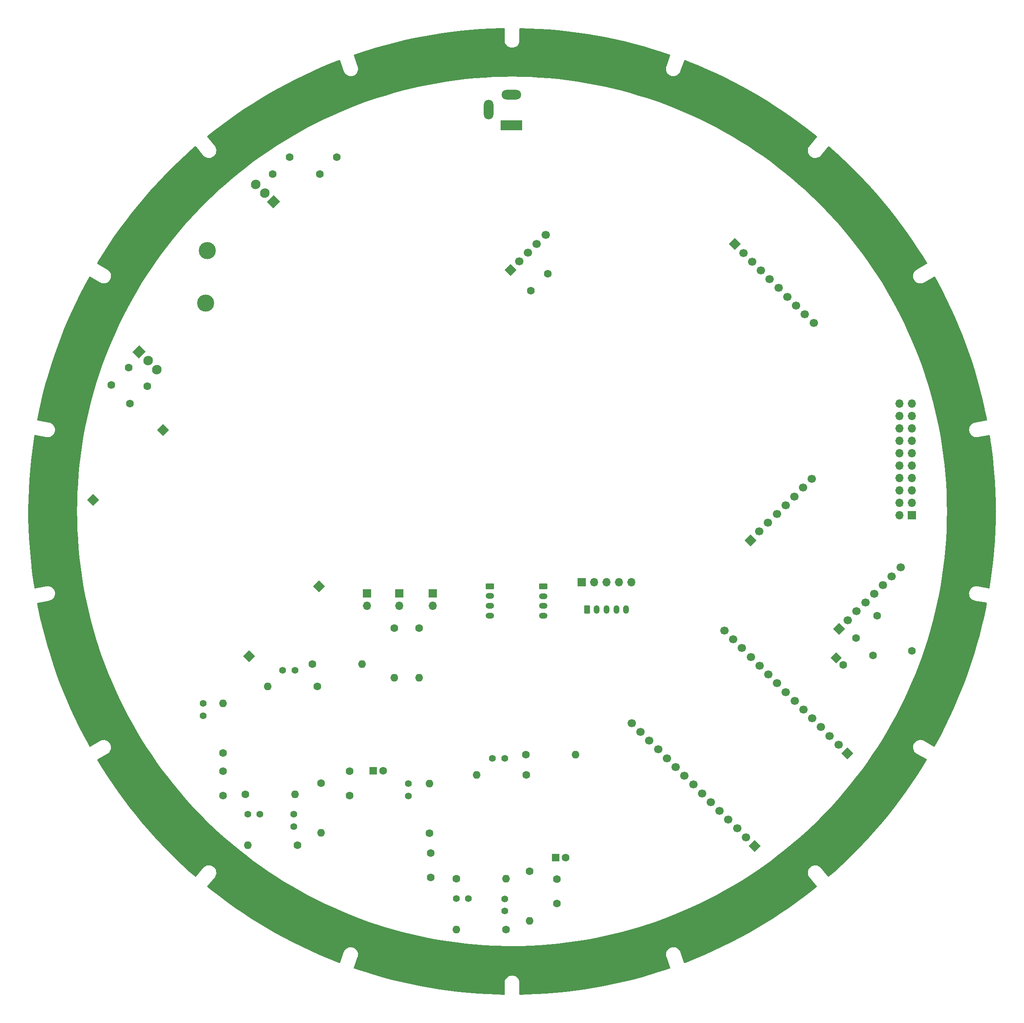
<source format=gbr>
%TF.GenerationSoftware,KiCad,Pcbnew,7.0.6*%
%TF.CreationDate,2023-09-01T12:50:58+02:00*%
%TF.ProjectId,gs,67732e6b-6963-4616-945f-706362585858,rev?*%
%TF.SameCoordinates,Original*%
%TF.FileFunction,Soldermask,Bot*%
%TF.FilePolarity,Negative*%
%FSLAX46Y46*%
G04 Gerber Fmt 4.6, Leading zero omitted, Abs format (unit mm)*
G04 Created by KiCad (PCBNEW 7.0.6) date 2023-09-01 12:50:58*
%MOMM*%
%LPD*%
G01*
G04 APERTURE LIST*
G04 Aperture macros list*
%AMRoundRect*
0 Rectangle with rounded corners*
0 $1 Rounding radius*
0 $2 $3 $4 $5 $6 $7 $8 $9 X,Y pos of 4 corners*
0 Add a 4 corners polygon primitive as box body*
4,1,4,$2,$3,$4,$5,$6,$7,$8,$9,$2,$3,0*
0 Add four circle primitives for the rounded corners*
1,1,$1+$1,$2,$3*
1,1,$1+$1,$4,$5*
1,1,$1+$1,$6,$7*
1,1,$1+$1,$8,$9*
0 Add four rect primitives between the rounded corners*
20,1,$1+$1,$2,$3,$4,$5,0*
20,1,$1+$1,$4,$5,$6,$7,0*
20,1,$1+$1,$6,$7,$8,$9,0*
20,1,$1+$1,$8,$9,$2,$3,0*%
%AMHorizOval*
0 Thick line with rounded ends*
0 $1 width*
0 $2 $3 position (X,Y) of the first rounded end (center of the circle)*
0 $4 $5 position (X,Y) of the second rounded end (center of the circle)*
0 Add line between two ends*
20,1,$1,$2,$3,$4,$5,0*
0 Add two circle primitives to create the rounded ends*
1,1,$1,$2,$3*
1,1,$1,$4,$5*%
%AMRotRect*
0 Rectangle, with rotation*
0 The origin of the aperture is its center*
0 $1 length*
0 $2 width*
0 $3 Rotation angle, in degrees counterclockwise*
0 Add horizontal line*
21,1,$1,$2,0,0,$3*%
G04 Aperture macros list end*
%ADD10C,0.100000*%
%ADD11RotRect,1.700000X1.700000X225.000000*%
%ADD12HorizOval,1.700000X0.000000X0.000000X0.000000X0.000000X0*%
%ADD13O,1.600000X1.600000*%
%ADD14C,1.600000*%
%ADD15R,1.700000X1.700000*%
%ADD16O,1.700000X1.700000*%
%ADD17R,4.500000X2.000000*%
%ADD18O,4.000000X2.000000*%
%ADD19O,2.000000X4.000000*%
%ADD20RotRect,1.700000X1.700000X135.000000*%
%ADD21HorizOval,1.700000X0.000000X0.000000X0.000000X0.000000X0*%
%ADD22R,1.600000X1.600000*%
%ADD23C,1.400000*%
%ADD24RotRect,1.600000X1.600000X315.000000*%
%ADD25HorizOval,1.600000X0.000000X0.000000X0.000000X0.000000X0*%
%ADD26RoundRect,0.250000X-0.350000X-0.625000X0.350000X-0.625000X0.350000X0.625000X-0.350000X0.625000X0*%
%ADD27O,1.200000X1.750000*%
%ADD28HorizOval,3.500000X0.000000X0.000000X0.000000X0.000000X0*%
%ADD29RotRect,1.905000X2.000000X135.000000*%
%ADD30HorizOval,1.905000X0.033588X0.033588X-0.033588X-0.033588X0*%
%ADD31O,1.750000X1.200000*%
%ADD32RoundRect,0.250000X-0.625000X0.350000X-0.625000X-0.350000X0.625000X-0.350000X0.625000X0.350000X0*%
%ADD33RotRect,1.700000X1.700000X315.000000*%
%ADD34HorizOval,1.905000X-0.033588X-0.033588X0.033588X0.033588X0*%
%ADD35RotRect,1.905000X2.000000X315.000000*%
%ADD36HorizOval,3.500000X0.000000X0.000000X0.000000X0.000000X0*%
%ADD37RotRect,1.700000X1.700000X45.000000*%
%ADD38HorizOval,1.700000X0.000000X0.000000X0.000000X0.000000X0*%
G04 APERTURE END LIST*
D10*
X302614000Y-144466000D02*
X302614000Y-144466000D01*
X312614000Y-144466000D02*
X312614000Y-144466000D01*
D11*
%TO.C,U1*%
X282220820Y-194027897D03*
D12*
X280424769Y-192231846D03*
X278628718Y-190435795D03*
X276832666Y-188639743D03*
X275036615Y-186843692D03*
X273240564Y-185047641D03*
X271444513Y-183251590D03*
X269648461Y-181455538D03*
X267852410Y-179659487D03*
X266056359Y-177863436D03*
X264260308Y-176067385D03*
X262464257Y-174271334D03*
X260668205Y-172475282D03*
X258872154Y-170679231D03*
X257076103Y-168883180D03*
D11*
X263270358Y-212978359D03*
D12*
X261474307Y-211182308D03*
X259678256Y-209386256D03*
X257882205Y-207590205D03*
X256086153Y-205794154D03*
X254290102Y-203998103D03*
X252494051Y-202202051D03*
X250698000Y-200406000D03*
X248901948Y-198609949D03*
X247105897Y-196813898D03*
X245309846Y-195017846D03*
X243513795Y-193221795D03*
X241717744Y-191425744D03*
X239921692Y-189629693D03*
X238125641Y-187833642D03*
%TD*%
D13*
%TO.C,R8*%
X182880000Y-175768000D03*
D14*
X172720000Y-175768000D03*
%TD*%
D15*
%TO.C,J5*%
X227838000Y-159004000D03*
D16*
X230378000Y-159004000D03*
X232918000Y-159004000D03*
X235458000Y-159004000D03*
X237998000Y-159004000D03*
%TD*%
D14*
%TO.C,R14*%
X216408000Y-194310000D03*
D13*
X226568000Y-194310000D03*
%TD*%
D15*
%TO.C,JP2*%
X197358000Y-161290000D03*
D16*
X197358000Y-163830000D03*
%TD*%
D17*
%TO.C,J1*%
X213522000Y-65382000D03*
D18*
X213522000Y-59182000D03*
D19*
X208822000Y-62182000D03*
%TD*%
D20*
%TO.C,U9*%
X213287795Y-95068205D03*
D21*
X215083846Y-93272153D03*
X216879898Y-91476102D03*
X218675949Y-89680051D03*
X220472000Y-87884000D03*
%TD*%
D14*
%TO.C,R5*%
X174498000Y-200152000D03*
D13*
X174498000Y-210312000D03*
%TD*%
D22*
%TO.C,C16*%
X222564888Y-215392000D03*
D14*
X224564888Y-215392000D03*
%TD*%
D23*
%TO.C,C17*%
X202184000Y-223774000D03*
X204684000Y-223774000D03*
%TD*%
D15*
%TO.C,J4*%
X295402000Y-145288000D03*
D16*
X292862000Y-145288000D03*
X295402000Y-142748000D03*
X292862000Y-142748000D03*
X295402000Y-140208000D03*
X292862000Y-140208000D03*
X295402000Y-137668000D03*
X292862000Y-137668000D03*
X295402000Y-135128000D03*
X292862000Y-135128000D03*
X295402000Y-132588000D03*
X292862000Y-132588000D03*
X295402000Y-130048000D03*
X292862000Y-130048000D03*
X295402000Y-127508000D03*
X292862000Y-127508000D03*
X295402000Y-124968000D03*
X292862000Y-124968000D03*
X295402000Y-122428000D03*
X292862000Y-122428000D03*
%TD*%
D14*
%TO.C,R2*%
X194564000Y-168402000D03*
D13*
X194564000Y-178562000D03*
%TD*%
D23*
%TO.C,C13*%
X169164000Y-177038000D03*
X166664000Y-177038000D03*
%TD*%
D14*
%TO.C,C14*%
X196977000Y-214439000D03*
X196977000Y-219439000D03*
%TD*%
%TO.C,C2*%
X164592000Y-75438000D03*
X168127534Y-71902466D03*
%TD*%
%TO.C,R3*%
X159004000Y-202438000D03*
D13*
X169164000Y-202438000D03*
%TD*%
D14*
%TO.C,R4*%
X154432000Y-193965000D03*
D13*
X154432000Y-183805000D03*
%TD*%
D23*
%TO.C,C10*%
X159512000Y-206502000D03*
X162012000Y-206502000D03*
%TD*%
D15*
%TO.C,JP3*%
X183896000Y-161285000D03*
D16*
X183896000Y-163825000D03*
%TD*%
D14*
%TO.C,C5*%
X283972000Y-170434000D03*
X287507534Y-173969534D03*
%TD*%
%TO.C,C7*%
X154432000Y-197652000D03*
X154432000Y-202652000D03*
%TD*%
%TO.C,R10*%
X196723000Y-210375000D03*
D13*
X196723000Y-200215000D03*
%TD*%
D15*
%TO.C,JP1*%
X190500000Y-161285000D03*
D16*
X190500000Y-163825000D03*
%TD*%
D24*
%TO.C,C6*%
X279962893Y-174454523D03*
D14*
X281377107Y-175868737D03*
%TD*%
%TO.C,R6*%
X169672000Y-212852000D03*
D13*
X159512000Y-212852000D03*
%TD*%
D14*
%TO.C,R11*%
X217170000Y-218186000D03*
D13*
X217170000Y-228346000D03*
%TD*%
D14*
%TO.C,R15*%
X295474205Y-173046205D03*
D25*
X288290000Y-165862000D03*
%TD*%
D23*
%TO.C,C12*%
X168910000Y-209002000D03*
X168910000Y-206502000D03*
%TD*%
%TO.C,C18*%
X192405000Y-202735000D03*
X192405000Y-200235000D03*
%TD*%
D26*
%TO.C,J6*%
X228950000Y-164592000D03*
D27*
X230950000Y-164592000D03*
X232950000Y-164592000D03*
X234950000Y-164592000D03*
X236950000Y-164592000D03*
%TD*%
D13*
%TO.C,R13*%
X206375000Y-198437000D03*
D14*
X216535000Y-198437000D03*
%TD*%
%TO.C,R9*%
X202184000Y-219710000D03*
D13*
X212344000Y-219710000D03*
%TD*%
D14*
%TO.C,C4*%
X138938000Y-118872000D03*
X135402466Y-122407534D03*
%TD*%
D23*
%TO.C,C19*%
X212090000Y-226294000D03*
X212090000Y-223794000D03*
%TD*%
D14*
%TO.C,C3*%
X135128000Y-115062000D03*
X131592466Y-118597534D03*
%TD*%
D28*
%TO.C,U4*%
X151210197Y-91105804D03*
D29*
X164786647Y-81121456D03*
D30*
X162990596Y-79325405D03*
X161194545Y-77529354D03*
%TD*%
D14*
%TO.C,C8*%
X180340000Y-197692000D03*
X180340000Y-202692000D03*
%TD*%
D23*
%TO.C,C20*%
X209590000Y-195072000D03*
X212090000Y-195072000D03*
%TD*%
D31*
%TO.C,J2*%
X209042000Y-165798000D03*
X209042000Y-163798000D03*
X209042000Y-161798000D03*
D32*
X209042000Y-159798000D03*
%TD*%
D33*
%TO.C,U7*%
X142168731Y-127827557D03*
X127872163Y-142124125D03*
X174138443Y-159797269D03*
X159841875Y-174093837D03*
%TD*%
D13*
%TO.C,R7*%
X163576000Y-180340000D03*
D14*
X173736000Y-180340000D03*
%TD*%
D34*
%TO.C,U5*%
X140901885Y-115420217D03*
X139105834Y-113624166D03*
D35*
X137309783Y-111828115D03*
D36*
X150886233Y-101843767D03*
%TD*%
D37*
%TO.C,U2*%
X259171539Y-89753539D03*
D38*
X260967590Y-91549590D03*
X262763641Y-93345642D03*
X264559693Y-95141693D03*
X266355744Y-96937744D03*
X268151795Y-98733795D03*
X269947846Y-100529846D03*
X271743897Y-102325898D03*
X273539949Y-104121949D03*
X275336000Y-105918000D03*
%TD*%
D32*
%TO.C,J3*%
X219964000Y-159830000D03*
D31*
X219964000Y-161830000D03*
X219964000Y-163830000D03*
X219964000Y-165830000D03*
%TD*%
D14*
%TO.C,R12*%
X212344000Y-230124000D03*
D13*
X202184000Y-230124000D03*
%TD*%
D14*
%TO.C,C15*%
X222758000Y-219750000D03*
X222758000Y-224750000D03*
%TD*%
D23*
%TO.C,C11*%
X150368000Y-186305000D03*
X150368000Y-183805000D03*
%TD*%
D14*
%TO.C,R1*%
X189484000Y-168402000D03*
D13*
X189484000Y-178562000D03*
%TD*%
D20*
%TO.C,U3*%
X280543641Y-168528358D03*
D21*
X282339693Y-166732307D03*
X284135744Y-164936256D03*
X285931795Y-163140205D03*
X287727846Y-161344154D03*
X289523898Y-159548102D03*
X291319949Y-157752051D03*
X293116000Y-155956000D03*
D20*
X262415191Y-150396373D03*
D21*
X264211243Y-148600322D03*
X266007294Y-146804270D03*
X267803345Y-145008219D03*
X269599396Y-143212168D03*
X271395447Y-141416117D03*
X273191499Y-139620065D03*
X274987550Y-137824014D03*
%TD*%
D14*
%TO.C,C21*%
X217424000Y-99314000D03*
X220959534Y-95778466D03*
%TD*%
%TO.C,C1*%
X174244000Y-75438000D03*
X177779534Y-71902466D03*
%TD*%
D22*
%TO.C,C9*%
X185226888Y-197612000D03*
D14*
X187226888Y-197612000D03*
%TD*%
G36*
X212064675Y-45562116D02*
G01*
X212111189Y-45614252D01*
X212123152Y-45667391D01*
X212123152Y-48025309D01*
X212125573Y-48149391D01*
X212125574Y-48149406D01*
X212166424Y-48394205D01*
X212247007Y-48628933D01*
X212247013Y-48628947D01*
X212365131Y-48847211D01*
X212365138Y-48847222D01*
X212517566Y-49043061D01*
X212517569Y-49043064D01*
X212700168Y-49211158D01*
X212907942Y-49346904D01*
X213135225Y-49446600D01*
X213375817Y-49507526D01*
X213623146Y-49528021D01*
X213623158Y-49528021D01*
X213870482Y-49507526D01*
X213870494Y-49507524D01*
X214111080Y-49446599D01*
X214338360Y-49346905D01*
X214546136Y-49211158D01*
X214728734Y-49043065D01*
X214881170Y-48847215D01*
X214881172Y-48847211D01*
X214999290Y-48628947D01*
X214999295Y-48628936D01*
X215079879Y-48394205D01*
X215120729Y-48149403D01*
X215120730Y-48149391D01*
X215123152Y-48025309D01*
X215123152Y-45668140D01*
X215142837Y-45601101D01*
X215195641Y-45555346D01*
X215250017Y-45544173D01*
X217144194Y-45587943D01*
X219123109Y-45678203D01*
X221099820Y-45808039D01*
X223073539Y-45977400D01*
X225043473Y-46186220D01*
X227008834Y-46434414D01*
X228968837Y-46721884D01*
X230922695Y-47048512D01*
X232869626Y-47414170D01*
X234808851Y-47818710D01*
X236739593Y-48261971D01*
X238661081Y-48743775D01*
X240572543Y-49263930D01*
X242473214Y-49822225D01*
X244362334Y-50418440D01*
X245948078Y-50957241D01*
X246005220Y-50997447D01*
X246031555Y-51062164D01*
X246024707Y-51117059D01*
X245218557Y-53331941D01*
X245178392Y-53449365D01*
X245178387Y-53449383D01*
X245133048Y-53693387D01*
X245128490Y-53941528D01*
X245128490Y-53941536D01*
X245164834Y-54187040D01*
X245164835Y-54187043D01*
X245241095Y-54423220D01*
X245241098Y-54423228D01*
X245355184Y-54643618D01*
X245355186Y-54643622D01*
X245504006Y-54842250D01*
X245683479Y-55013664D01*
X245683488Y-55013671D01*
X245888719Y-55153201D01*
X245888727Y-55153205D01*
X246114139Y-55257058D01*
X246353568Y-55322393D01*
X246353574Y-55322394D01*
X246600484Y-55347428D01*
X246848162Y-55331481D01*
X247089832Y-55274985D01*
X247318911Y-55179480D01*
X247529140Y-55047576D01*
X247529141Y-55047575D01*
X247714793Y-54882868D01*
X247870806Y-54689845D01*
X247992913Y-54473789D01*
X247992916Y-54473782D01*
X248037635Y-54358000D01*
X248844102Y-52142250D01*
X248885528Y-52085987D01*
X248950797Y-52061051D01*
X249004999Y-52068873D01*
X249952848Y-52432132D01*
X251788250Y-53177482D01*
X253608371Y-53959408D01*
X255412481Y-54777596D01*
X257199860Y-55631717D01*
X258969790Y-56521432D01*
X260721566Y-57446383D01*
X262454482Y-58406199D01*
X264167847Y-59400495D01*
X265860975Y-60428876D01*
X267533186Y-61490929D01*
X269183812Y-62586228D01*
X270812193Y-63714335D01*
X272417676Y-64874797D01*
X273999617Y-66067151D01*
X275557384Y-67290919D01*
X276002554Y-67655680D01*
X276041934Y-67713396D01*
X276043858Y-67783239D01*
X276018954Y-67831301D01*
X274503089Y-69637839D01*
X274425294Y-69734538D01*
X274425291Y-69734541D01*
X274299243Y-69948305D01*
X274210099Y-70179898D01*
X274210095Y-70179910D01*
X274160287Y-70423006D01*
X274160286Y-70423016D01*
X274151171Y-70671005D01*
X274182997Y-70917117D01*
X274182999Y-70917127D01*
X274254898Y-71154638D01*
X274254900Y-71154643D01*
X274364916Y-71377085D01*
X274364919Y-71377091D01*
X274510039Y-71578381D01*
X274510048Y-71578391D01*
X274686322Y-71753053D01*
X274686322Y-71753054D01*
X274888944Y-71896323D01*
X274888956Y-71896330D01*
X275112395Y-72004294D01*
X275112398Y-72004295D01*
X275350559Y-72074009D01*
X275350566Y-72074010D01*
X275596961Y-72103573D01*
X275844852Y-72092181D01*
X276087502Y-72040138D01*
X276087506Y-72040137D01*
X276318270Y-71948869D01*
X276318275Y-71948867D01*
X276530867Y-71820864D01*
X276530869Y-71820862D01*
X276719498Y-71659609D01*
X276719502Y-71659605D01*
X276801223Y-71566201D01*
X278318327Y-69758185D01*
X278376499Y-69719483D01*
X278446360Y-69718375D01*
X278492923Y-69742818D01*
X278597910Y-69830726D01*
X280079452Y-71145747D01*
X281534386Y-72490148D01*
X282962128Y-73863393D01*
X284362107Y-75264929D01*
X285733763Y-76694197D01*
X287076547Y-78150624D01*
X288389920Y-79633626D01*
X289673358Y-81142612D01*
X290926345Y-82676975D01*
X292148381Y-84236101D01*
X293338975Y-85819367D01*
X294497652Y-87426138D01*
X295623947Y-89055772D01*
X296717411Y-90707615D01*
X297777604Y-92381006D01*
X298530136Y-93626136D01*
X298547965Y-93693693D01*
X298526440Y-93760164D01*
X298486012Y-93797662D01*
X296444604Y-94976270D01*
X296338351Y-95040410D01*
X296146764Y-95198195D01*
X296146763Y-95198196D01*
X295983771Y-95385348D01*
X295983767Y-95385354D01*
X295853808Y-95596776D01*
X295853803Y-95596786D01*
X295760409Y-95826725D01*
X295706137Y-96068903D01*
X295706136Y-96068908D01*
X295692464Y-96316722D01*
X295719765Y-96563390D01*
X295719766Y-96563398D01*
X295787294Y-96802206D01*
X295787300Y-96802222D01*
X295893217Y-97026663D01*
X295893222Y-97026671D01*
X296034629Y-97230608D01*
X296034638Y-97230619D01*
X296207697Y-97408514D01*
X296407672Y-97555495D01*
X296629123Y-97667562D01*
X296865985Y-97741646D01*
X296865986Y-97741647D01*
X297111823Y-97775736D01*
X297359908Y-97768899D01*
X297359914Y-97768898D01*
X297603498Y-97721318D01*
X297835908Y-97634302D01*
X297835923Y-97634295D01*
X297944603Y-97574347D01*
X299986457Y-96395481D01*
X300054357Y-96379008D01*
X300120384Y-96401861D01*
X300156983Y-96442884D01*
X300754383Y-97523728D01*
X301677385Y-99276529D01*
X302565131Y-101047449D01*
X303417266Y-102835776D01*
X304233447Y-104640795D01*
X305013349Y-106461784D01*
X305756659Y-108298013D01*
X306463079Y-110148747D01*
X307132327Y-112013246D01*
X307764134Y-113890761D01*
X308358248Y-115780543D01*
X308914431Y-117681834D01*
X309432460Y-119593873D01*
X309912128Y-121515895D01*
X310344657Y-123409544D01*
X310373601Y-123545270D01*
X310730932Y-125267762D01*
X310794412Y-125597670D01*
X310820021Y-125736897D01*
X310812789Y-125806392D01*
X310769133Y-125860944D01*
X310719599Y-125881445D01*
X308396628Y-126291048D01*
X308274877Y-126315117D01*
X308040910Y-126397848D01*
X308040903Y-126397851D01*
X307823754Y-126517957D01*
X307823747Y-126517961D01*
X307629326Y-126672175D01*
X307462930Y-126856297D01*
X307329116Y-127065282D01*
X307231523Y-127293445D01*
X307231520Y-127293454D01*
X307172813Y-127534570D01*
X307172811Y-127534577D01*
X307154592Y-127782057D01*
X307154593Y-127782068D01*
X307177356Y-128029175D01*
X307240486Y-128269180D01*
X307342256Y-128495517D01*
X307342259Y-128495522D01*
X307479884Y-128702004D01*
X307479884Y-128702005D01*
X307649634Y-128883037D01*
X307846859Y-129033655D01*
X307846863Y-129033657D01*
X308066191Y-129149761D01*
X308301631Y-129228177D01*
X308301644Y-129228180D01*
X308546775Y-129266773D01*
X308794924Y-129264495D01*
X308917572Y-129245471D01*
X311240794Y-128835825D01*
X311310233Y-128843569D01*
X311364462Y-128887626D01*
X311384612Y-128937396D01*
X311401505Y-129037949D01*
X311551307Y-130028620D01*
X311675461Y-130881721D01*
X311848595Y-132205332D01*
X311918510Y-132763959D01*
X312097954Y-134387843D01*
X312125510Y-134650588D01*
X312297048Y-136550441D01*
X312435673Y-138526556D01*
X312534730Y-140505049D01*
X312594181Y-142485128D01*
X312614000Y-144466000D01*
X312594181Y-146446872D01*
X312534730Y-148426951D01*
X312435673Y-150405444D01*
X312297048Y-152381559D01*
X312118911Y-154354505D01*
X311901333Y-156323491D01*
X311644402Y-158287730D01*
X311369089Y-160108423D01*
X311339603Y-160171765D01*
X311280551Y-160209111D01*
X311224951Y-160211999D01*
X308917572Y-159805146D01*
X308794945Y-159785984D01*
X308546765Y-159783703D01*
X308301604Y-159822303D01*
X308301593Y-159822305D01*
X308066136Y-159900727D01*
X307846787Y-160016842D01*
X307846782Y-160016845D01*
X307649540Y-160167475D01*
X307479779Y-160348519D01*
X307479778Y-160348521D01*
X307342133Y-160555032D01*
X307240353Y-160781392D01*
X307177218Y-161021417D01*
X307154453Y-161268548D01*
X307154452Y-161268558D01*
X307172673Y-161516061D01*
X307172675Y-161516068D01*
X307231387Y-161757206D01*
X307231390Y-161757215D01*
X307328993Y-161985401D01*
X307328994Y-161985403D01*
X307462819Y-162194405D01*
X307462824Y-162194412D01*
X307629225Y-162378538D01*
X307629235Y-162378547D01*
X307823674Y-162532775D01*
X307823681Y-162532780D01*
X308040846Y-162652894D01*
X308040853Y-162652897D01*
X308274845Y-162735636D01*
X308274847Y-162735637D01*
X308396628Y-162759570D01*
X310698662Y-163165480D01*
X310761265Y-163196507D01*
X310797156Y-163256454D01*
X310798896Y-163311026D01*
X310638596Y-164144106D01*
X310225436Y-166081513D01*
X309773594Y-168010266D01*
X309283251Y-169929591D01*
X308754602Y-171838721D01*
X308187860Y-173736892D01*
X307583251Y-175623342D01*
X306941017Y-177497317D01*
X306261416Y-179358067D01*
X305544720Y-181204846D01*
X304791215Y-183036915D01*
X304001203Y-184853541D01*
X303175002Y-186653996D01*
X302312940Y-188437559D01*
X301415365Y-190203516D01*
X300482634Y-191951160D01*
X300125044Y-192590056D01*
X300075124Y-192638942D01*
X300006700Y-192653079D01*
X299954839Y-192636881D01*
X297944603Y-191476271D01*
X297835923Y-191416320D01*
X297835921Y-191416319D01*
X297603498Y-191329299D01*
X297359915Y-191281719D01*
X297359907Y-191281718D01*
X297111823Y-191274880D01*
X297111821Y-191274880D01*
X296865986Y-191308969D01*
X296865984Y-191308970D01*
X296629122Y-191383054D01*
X296407672Y-191495120D01*
X296207692Y-191642106D01*
X296034637Y-191819997D01*
X296034628Y-191820008D01*
X295893220Y-192023946D01*
X295893220Y-192023947D01*
X295787299Y-192248395D01*
X295787293Y-192248411D01*
X295719765Y-192487220D01*
X295692463Y-192733894D01*
X295706135Y-192981708D01*
X295706136Y-192981713D01*
X295760408Y-193223891D01*
X295853802Y-193453830D01*
X295853807Y-193453840D01*
X295983770Y-193665266D01*
X296146763Y-193852420D01*
X296146771Y-193852428D01*
X296338339Y-194010198D01*
X296444603Y-194074347D01*
X298457313Y-195236385D01*
X298505529Y-195286952D01*
X298518752Y-195355559D01*
X298501008Y-195408615D01*
X297477316Y-197077256D01*
X296407838Y-198744729D01*
X295305210Y-200390468D01*
X294169874Y-202013816D01*
X293002284Y-203614123D01*
X291802907Y-205190746D01*
X290572224Y-206743056D01*
X289310728Y-208270431D01*
X288018923Y-209772259D01*
X286697327Y-211247939D01*
X285346469Y-212696880D01*
X283966889Y-214118501D01*
X282559141Y-215512235D01*
X281123788Y-216877522D01*
X279661405Y-218213816D01*
X278462046Y-219266509D01*
X278398676Y-219295938D01*
X278329456Y-219286435D01*
X278285258Y-219253021D01*
X276801224Y-217484417D01*
X276719503Y-217391012D01*
X276719499Y-217391008D01*
X276530882Y-217229764D01*
X276530875Y-217229759D01*
X276318269Y-217101746D01*
X276087509Y-217010480D01*
X276087503Y-217010478D01*
X275844853Y-216958436D01*
X275596962Y-216947042D01*
X275350567Y-216976606D01*
X275350564Y-216976607D01*
X275112395Y-217046324D01*
X275112389Y-217046326D01*
X274888956Y-217154287D01*
X274888944Y-217154294D01*
X274686323Y-217297562D01*
X274686323Y-217297563D01*
X274510049Y-217472225D01*
X274510040Y-217472235D01*
X274364920Y-217673525D01*
X274364917Y-217673530D01*
X274254899Y-217895979D01*
X274183000Y-218133490D01*
X274182998Y-218133500D01*
X274151171Y-218379610D01*
X274160288Y-218627596D01*
X274160288Y-218627599D01*
X274210100Y-218870719D01*
X274299244Y-219102312D01*
X274425293Y-219316077D01*
X274503090Y-219412781D01*
X275985311Y-221179221D01*
X276013324Y-221243229D01*
X276002285Y-221312222D01*
X275968326Y-221355319D01*
X275117980Y-222043448D01*
X273553434Y-223258539D01*
X271964890Y-224442082D01*
X270352982Y-225593603D01*
X268718357Y-226712641D01*
X267061668Y-227798748D01*
X265383579Y-228851489D01*
X263684761Y-229870443D01*
X261965896Y-230855202D01*
X260227671Y-231805371D01*
X258470783Y-232720570D01*
X256695934Y-233600432D01*
X254903835Y-234444606D01*
X253095204Y-235252753D01*
X251270765Y-236024550D01*
X249431249Y-236759687D01*
X248984631Y-236927888D01*
X248914956Y-236933094D01*
X248853526Y-236899805D01*
X248824406Y-236854255D01*
X248037635Y-234692617D01*
X247992792Y-234576900D01*
X247992786Y-234576888D01*
X247870689Y-234360851D01*
X247870685Y-234360845D01*
X247714693Y-234167850D01*
X247529058Y-234003156D01*
X247529050Y-234003150D01*
X247318851Y-233871265D01*
X247318848Y-233871263D01*
X247089783Y-233775765D01*
X246848148Y-233719276D01*
X246600487Y-233703330D01*
X246353601Y-233728363D01*
X246353594Y-233728364D01*
X246114189Y-233793692D01*
X245888798Y-233897535D01*
X245888790Y-233897539D01*
X245683579Y-234037056D01*
X245683570Y-234037063D01*
X245504108Y-234208467D01*
X245355310Y-234407065D01*
X245241225Y-234627456D01*
X245164974Y-234863607D01*
X245128632Y-235109090D01*
X245128632Y-235109097D01*
X245133190Y-235357215D01*
X245178526Y-235601200D01*
X245178527Y-235601203D01*
X245218557Y-235718676D01*
X246005731Y-237881423D01*
X246010162Y-237951152D01*
X245976192Y-238012207D01*
X245930582Y-238040727D01*
X245709936Y-238118821D01*
X243829629Y-238742274D01*
X241937224Y-239327979D01*
X240033479Y-239875702D01*
X238119155Y-240385223D01*
X236195020Y-240856339D01*
X234261843Y-241288862D01*
X232320400Y-241682617D01*
X230371466Y-242037447D01*
X228415823Y-242353211D01*
X226454253Y-242629781D01*
X224487542Y-242867047D01*
X222516477Y-243064914D01*
X220541848Y-243223303D01*
X218564445Y-243342150D01*
X216585060Y-243421408D01*
X215248564Y-243436634D01*
X215181304Y-243417714D01*
X215134951Y-243365435D01*
X215123151Y-243312642D01*
X215123151Y-241025309D01*
X215120730Y-240901227D01*
X215120729Y-240901212D01*
X215079879Y-240656412D01*
X214999296Y-240421684D01*
X214999290Y-240421670D01*
X214881172Y-240203405D01*
X214881169Y-240203400D01*
X214728733Y-240007552D01*
X214546135Y-239839459D01*
X214338361Y-239703713D01*
X214111078Y-239604017D01*
X213870485Y-239543091D01*
X213623158Y-239522597D01*
X213623146Y-239522597D01*
X213375816Y-239543091D01*
X213135224Y-239604017D01*
X212907941Y-239703713D01*
X212700167Y-239839459D01*
X212517569Y-240007552D01*
X212365133Y-240203402D01*
X212365131Y-240203406D01*
X212247013Y-240421670D01*
X212247007Y-240421684D01*
X212166423Y-240656413D01*
X212125573Y-240901220D01*
X212123152Y-241025309D01*
X212123151Y-243318993D01*
X212103466Y-243386033D01*
X212050662Y-243431787D01*
X211997176Y-243442977D01*
X210642940Y-243421408D01*
X208663555Y-243342150D01*
X206686152Y-243223303D01*
X204711523Y-243064914D01*
X202740458Y-242867047D01*
X200773747Y-242629781D01*
X198812177Y-242353211D01*
X196856534Y-242037447D01*
X194907600Y-241682617D01*
X192966157Y-241288862D01*
X191032980Y-240856339D01*
X189108845Y-240385223D01*
X187194521Y-239875702D01*
X185290776Y-239327979D01*
X183398371Y-238742274D01*
X181518064Y-238118821D01*
X181313632Y-238046466D01*
X181257002Y-238005542D01*
X181231487Y-237940498D01*
X181238483Y-237887161D01*
X182027747Y-235718677D01*
X182067911Y-235601248D01*
X182067915Y-235601232D01*
X182113255Y-235357230D01*
X182117813Y-235109088D01*
X182117813Y-235109081D01*
X182081468Y-234863575D01*
X182005209Y-234627399D01*
X182005207Y-234627393D01*
X181891115Y-234406992D01*
X181742297Y-234208368D01*
X181562828Y-234036957D01*
X181562816Y-234036947D01*
X181357583Y-233897416D01*
X181357575Y-233897412D01*
X181132164Y-233793559D01*
X180892735Y-233728224D01*
X180892729Y-233728223D01*
X180645818Y-233703188D01*
X180398141Y-233719136D01*
X180156471Y-233775632D01*
X179927392Y-233871136D01*
X179717169Y-234003037D01*
X179717161Y-234003043D01*
X179531509Y-234167749D01*
X179375497Y-234360772D01*
X179253385Y-234576836D01*
X179208668Y-234692617D01*
X178419689Y-236860318D01*
X178378263Y-236916581D01*
X178312994Y-236941517D01*
X178259464Y-236933950D01*
X177796751Y-236759687D01*
X175957235Y-236024550D01*
X174132796Y-235252753D01*
X172324165Y-234444606D01*
X170532066Y-233600432D01*
X168757217Y-232720570D01*
X167000329Y-231805371D01*
X165262104Y-230855202D01*
X163543239Y-229870443D01*
X161844421Y-228851489D01*
X160166332Y-227798748D01*
X158509643Y-226712641D01*
X156875018Y-225593603D01*
X155263110Y-224442082D01*
X153674566Y-223258539D01*
X152110020Y-222043448D01*
X151270574Y-221364142D01*
X151230844Y-221306668D01*
X151228493Y-221236838D01*
X151253589Y-221188044D01*
X152743215Y-219412779D01*
X152821009Y-219316079D01*
X152821012Y-219316076D01*
X152947060Y-219102312D01*
X153036204Y-218870721D01*
X153086016Y-218627598D01*
X153086016Y-218627597D01*
X153095132Y-218379611D01*
X153063305Y-218133500D01*
X153063302Y-218133490D01*
X152991405Y-217895980D01*
X152991403Y-217895975D01*
X152881387Y-217673531D01*
X152881384Y-217673526D01*
X152736264Y-217472236D01*
X152736261Y-217472232D01*
X152559981Y-217297563D01*
X152357351Y-217154290D01*
X152357348Y-217154288D01*
X152133914Y-217046326D01*
X152133909Y-217046324D01*
X151895740Y-216976607D01*
X151895737Y-216976606D01*
X151649341Y-216947042D01*
X151401451Y-216958436D01*
X151158801Y-217010478D01*
X151158795Y-217010480D01*
X150928031Y-217101748D01*
X150928025Y-217101750D01*
X150715436Y-217229753D01*
X150715434Y-217229755D01*
X150526800Y-217391013D01*
X150445081Y-217484416D01*
X148953280Y-219262273D01*
X148895109Y-219300975D01*
X148825248Y-219302083D01*
X148776493Y-219275761D01*
X147566595Y-218213816D01*
X146104212Y-216877522D01*
X144668859Y-215512235D01*
X143261111Y-214118501D01*
X141881531Y-212696880D01*
X140530673Y-211247939D01*
X139209077Y-209772259D01*
X137917272Y-208270431D01*
X136655776Y-206743056D01*
X135425093Y-205190746D01*
X134225716Y-203614123D01*
X133058126Y-202013816D01*
X131922790Y-200390468D01*
X130820162Y-198744729D01*
X129750684Y-197077256D01*
X128731778Y-195416419D01*
X128713500Y-195348982D01*
X128734583Y-195282369D01*
X128775473Y-195244189D01*
X130801700Y-194074347D01*
X130907881Y-194010085D01*
X130907882Y-194010084D01*
X131099433Y-193852328D01*
X131099441Y-193852320D01*
X131262416Y-193665186D01*
X131392372Y-193453773D01*
X131485760Y-193223845D01*
X131540028Y-192981692D01*
X131540028Y-192981690D01*
X131553699Y-192733899D01*
X131526400Y-192487253D01*
X131526399Y-192487245D01*
X131458877Y-192248461D01*
X131458871Y-192248445D01*
X131352960Y-192024018D01*
X131352960Y-192024017D01*
X131211565Y-191820098D01*
X131211556Y-191820087D01*
X131038519Y-191642215D01*
X130838553Y-191495240D01*
X130617127Y-191383186D01*
X130380287Y-191309108D01*
X130380286Y-191309107D01*
X130134473Y-191275021D01*
X129886411Y-191281858D01*
X129886403Y-191281859D01*
X129642844Y-191329435D01*
X129410450Y-191416445D01*
X129410434Y-191416452D01*
X129301701Y-191476271D01*
X127277629Y-192644867D01*
X127209729Y-192661340D01*
X127143702Y-192638487D01*
X127107424Y-192598042D01*
X126745366Y-191951160D01*
X125812635Y-190203516D01*
X124915060Y-188437559D01*
X124052998Y-186653996D01*
X123226797Y-184853541D01*
X122436785Y-183036915D01*
X121683280Y-181204846D01*
X120966584Y-179358067D01*
X120286983Y-177497317D01*
X119644749Y-175623342D01*
X119040140Y-173736892D01*
X118473398Y-171838721D01*
X117944749Y-169929591D01*
X117454406Y-168010266D01*
X117002564Y-166081513D01*
X116622811Y-164300761D01*
X116577763Y-164083609D01*
X116429703Y-163314147D01*
X116436365Y-163244596D01*
X116479572Y-163189688D01*
X116529937Y-163168601D01*
X118849676Y-162759570D01*
X118971436Y-162735497D01*
X119205381Y-162652773D01*
X119205399Y-162652765D01*
X119422544Y-162532661D01*
X119422555Y-162532653D01*
X119616977Y-162378441D01*
X119783373Y-162194320D01*
X119917185Y-161985338D01*
X119917186Y-161985336D01*
X120014780Y-161757171D01*
X120014783Y-161757162D01*
X120073489Y-161516048D01*
X120073491Y-161516040D01*
X120091710Y-161268560D01*
X120091709Y-161268549D01*
X120068946Y-161021439D01*
X120005817Y-160781434D01*
X120005815Y-160781430D01*
X119904052Y-160555110D01*
X119904044Y-160555095D01*
X119766419Y-160348612D01*
X119766408Y-160348599D01*
X119596672Y-160167582D01*
X119596672Y-160167581D01*
X119399444Y-160016961D01*
X119399440Y-160016959D01*
X119180112Y-159900855D01*
X118944674Y-159822440D01*
X118944675Y-159822440D01*
X118699526Y-159783843D01*
X118451373Y-159786122D01*
X118328731Y-159805146D01*
X116005509Y-160214793D01*
X115936070Y-160207049D01*
X115881841Y-160162992D01*
X115861691Y-160113222D01*
X115841126Y-159990817D01*
X115704392Y-159086568D01*
X115543291Y-157979585D01*
X115459477Y-157338830D01*
X115283407Y-155932011D01*
X115245272Y-155586907D01*
X115066202Y-153879516D01*
X115061846Y-153831276D01*
X114897631Y-151892231D01*
X114769993Y-149915375D01*
X114681934Y-147936363D01*
X114633490Y-145955984D01*
X114626864Y-144466000D01*
X124614000Y-144466000D01*
X124634050Y-146355059D01*
X124694192Y-148243267D01*
X124794398Y-150129773D01*
X124934624Y-152013727D01*
X125114805Y-153894281D01*
X125334861Y-155770586D01*
X125594693Y-157641798D01*
X125894184Y-159507073D01*
X126233198Y-161365571D01*
X126611584Y-163216455D01*
X127029170Y-165058890D01*
X127485768Y-166892047D01*
X127981172Y-168715100D01*
X128515161Y-170527227D01*
X129087492Y-172327611D01*
X129697907Y-174115442D01*
X130346133Y-175889913D01*
X131031877Y-177650227D01*
X131754829Y-179395588D01*
X132514664Y-181125211D01*
X133311041Y-182838317D01*
X134143599Y-184534133D01*
X135011964Y-186211896D01*
X135915744Y-187870850D01*
X136854533Y-189510247D01*
X137827907Y-191129348D01*
X138835428Y-192727425D01*
X139876641Y-194303756D01*
X140951079Y-195857632D01*
X142058255Y-197388353D01*
X143197673Y-198895228D01*
X144368818Y-200377580D01*
X145571162Y-201834739D01*
X146804165Y-203266050D01*
X148067270Y-204670868D01*
X149359908Y-206048559D01*
X150681496Y-207398504D01*
X152031441Y-208720092D01*
X153409132Y-210012730D01*
X154813950Y-211275835D01*
X156245261Y-212508838D01*
X157702420Y-213711182D01*
X159184772Y-214882327D01*
X160691647Y-216021745D01*
X162222368Y-217128921D01*
X163776244Y-218203359D01*
X165352575Y-219244572D01*
X166950652Y-220252093D01*
X168569753Y-221225467D01*
X170209150Y-222164256D01*
X171868104Y-223068036D01*
X173545867Y-223936401D01*
X175241683Y-224768959D01*
X176954789Y-225565336D01*
X178684412Y-226325171D01*
X180429773Y-227048123D01*
X182190087Y-227733867D01*
X183964558Y-228382093D01*
X185752389Y-228992508D01*
X187552773Y-229564839D01*
X189364900Y-230098828D01*
X191187953Y-230594232D01*
X193021110Y-231050830D01*
X194863545Y-231468416D01*
X196714429Y-231846802D01*
X198572927Y-232185816D01*
X200438202Y-232485307D01*
X202309414Y-232745139D01*
X204185719Y-232965195D01*
X206066273Y-233145376D01*
X207950227Y-233285602D01*
X209836733Y-233385808D01*
X213035769Y-233444658D01*
X213102435Y-233465572D01*
X213102988Y-233466024D01*
X215503059Y-233445950D01*
X217391267Y-233385808D01*
X219277773Y-233285602D01*
X221161727Y-233145376D01*
X223042281Y-232965195D01*
X224918586Y-232745139D01*
X226789798Y-232485307D01*
X228655073Y-232185816D01*
X230513571Y-231846802D01*
X232364455Y-231468416D01*
X234206890Y-231050830D01*
X236040047Y-230594232D01*
X237863100Y-230098828D01*
X239675227Y-229564839D01*
X241475611Y-228992508D01*
X243263442Y-228382093D01*
X245037913Y-227733867D01*
X246798227Y-227048123D01*
X248543588Y-226325171D01*
X250273211Y-225565336D01*
X251986317Y-224768959D01*
X253682133Y-223936401D01*
X255359896Y-223068036D01*
X257018850Y-222164256D01*
X258658247Y-221225467D01*
X260277348Y-220252093D01*
X261875425Y-219244572D01*
X263451756Y-218203359D01*
X265005632Y-217128921D01*
X266536353Y-216021745D01*
X268043228Y-214882327D01*
X269525580Y-213711182D01*
X270982739Y-212508838D01*
X272414050Y-211275835D01*
X273818868Y-210012730D01*
X275196559Y-208720092D01*
X276546504Y-207398504D01*
X277868092Y-206048559D01*
X279160730Y-204670868D01*
X280423835Y-203266050D01*
X281656838Y-201834739D01*
X282859182Y-200377580D01*
X284030327Y-198895228D01*
X285169745Y-197388353D01*
X286276921Y-195857632D01*
X287351359Y-194303756D01*
X288392572Y-192727425D01*
X289400093Y-191129348D01*
X290373467Y-189510247D01*
X291312256Y-187870850D01*
X292216036Y-186211896D01*
X293084401Y-184534133D01*
X293916959Y-182838317D01*
X294713336Y-181125211D01*
X295473171Y-179395588D01*
X296196123Y-177650227D01*
X296881867Y-175889913D01*
X297530093Y-174115442D01*
X298140508Y-172327611D01*
X298712839Y-170527227D01*
X299246828Y-168715100D01*
X299742232Y-166892047D01*
X300198830Y-165058890D01*
X300616416Y-163216455D01*
X300994802Y-161365571D01*
X301333816Y-159507073D01*
X301633307Y-157641798D01*
X301893139Y-155770586D01*
X302113195Y-153894281D01*
X302293376Y-152013727D01*
X302433602Y-150129773D01*
X302533808Y-148243267D01*
X302593950Y-146355059D01*
X302614000Y-144466000D01*
X302593950Y-142576941D01*
X302533808Y-140688733D01*
X302433602Y-138802227D01*
X302293376Y-136918273D01*
X302113195Y-135037719D01*
X301893139Y-133161414D01*
X301633307Y-131290202D01*
X301333816Y-129424927D01*
X300994802Y-127566429D01*
X300616416Y-125715545D01*
X300198830Y-123873110D01*
X299742232Y-122039953D01*
X299246828Y-120216900D01*
X298712839Y-118404773D01*
X298140508Y-116604389D01*
X297530093Y-114816558D01*
X296881867Y-113042087D01*
X296196123Y-111281773D01*
X295473171Y-109536412D01*
X294713336Y-107806789D01*
X293916959Y-106093683D01*
X293084401Y-104397867D01*
X292216036Y-102720104D01*
X291312256Y-101061150D01*
X290373467Y-99421753D01*
X289400093Y-97802652D01*
X288392572Y-96204575D01*
X287351359Y-94628244D01*
X286276921Y-93074368D01*
X285169745Y-91543647D01*
X284030327Y-90036772D01*
X282859182Y-88554420D01*
X281656838Y-87097261D01*
X280423835Y-85665950D01*
X279160730Y-84261132D01*
X277868092Y-82883441D01*
X276546504Y-81533496D01*
X275196559Y-80211908D01*
X273818868Y-78919270D01*
X272414050Y-77656165D01*
X270982739Y-76423162D01*
X269525580Y-75220818D01*
X268043228Y-74049673D01*
X266536353Y-72910255D01*
X265005632Y-71803079D01*
X263451756Y-70728641D01*
X261875425Y-69687428D01*
X260277348Y-68679907D01*
X258658247Y-67706533D01*
X257018850Y-66767744D01*
X255359896Y-65863964D01*
X253682133Y-64995599D01*
X251986317Y-64163041D01*
X250273211Y-63366664D01*
X248543588Y-62606829D01*
X246798227Y-61883877D01*
X245037913Y-61198133D01*
X243263442Y-60549907D01*
X241475611Y-59939492D01*
X239675227Y-59367161D01*
X237863100Y-58833172D01*
X236040047Y-58337768D01*
X234206890Y-57881170D01*
X232364455Y-57463584D01*
X230513571Y-57085198D01*
X228655073Y-56746184D01*
X226789798Y-56446693D01*
X224918586Y-56186861D01*
X223042281Y-55966805D01*
X221161727Y-55786624D01*
X219277773Y-55646398D01*
X217391267Y-55546192D01*
X215503059Y-55486050D01*
X213614000Y-55466000D01*
X211724941Y-55486050D01*
X209836733Y-55546192D01*
X207950227Y-55646398D01*
X206066273Y-55786624D01*
X204185719Y-55966805D01*
X202309414Y-56186861D01*
X200438202Y-56446693D01*
X198572927Y-56746184D01*
X196714429Y-57085198D01*
X194863545Y-57463584D01*
X193021110Y-57881170D01*
X191187953Y-58337768D01*
X189364900Y-58833172D01*
X187552773Y-59367161D01*
X185752389Y-59939492D01*
X183964558Y-60549907D01*
X182190087Y-61198133D01*
X180429773Y-61883877D01*
X178684412Y-62606829D01*
X176954789Y-63366664D01*
X175241683Y-64163041D01*
X173545867Y-64995599D01*
X171868104Y-65863964D01*
X170209150Y-66767744D01*
X168569753Y-67706533D01*
X166950652Y-68679907D01*
X165352575Y-69687428D01*
X163776244Y-70728641D01*
X162222368Y-71803079D01*
X160691647Y-72910255D01*
X159184772Y-74049673D01*
X157702420Y-75220818D01*
X156245261Y-76423162D01*
X154813950Y-77656165D01*
X153409132Y-78919270D01*
X152031441Y-80211908D01*
X150681496Y-81533496D01*
X149359908Y-82883441D01*
X148067270Y-84261132D01*
X146804165Y-85665950D01*
X145571162Y-87097261D01*
X144368818Y-88554420D01*
X143197673Y-90036772D01*
X142058255Y-91543647D01*
X140951079Y-93074368D01*
X139876641Y-94628244D01*
X138835428Y-96204575D01*
X137827907Y-97802652D01*
X136854533Y-99421753D01*
X135915744Y-101061150D01*
X135011964Y-102720104D01*
X134143599Y-104397867D01*
X133311041Y-106093683D01*
X132514664Y-107806789D01*
X131754829Y-109536412D01*
X131031877Y-111281773D01*
X130346133Y-113042087D01*
X129697907Y-114816558D01*
X129087492Y-116604389D01*
X128515161Y-118404773D01*
X127981172Y-120216900D01*
X127485768Y-122039953D01*
X127029170Y-123873110D01*
X126611584Y-125715545D01*
X126233198Y-127566429D01*
X125894184Y-129424927D01*
X125594693Y-131290202D01*
X125334861Y-133161414D01*
X125114805Y-135037719D01*
X124934624Y-136918273D01*
X124794398Y-138802227D01*
X124694192Y-140688733D01*
X124634050Y-142576941D01*
X124614000Y-144466000D01*
X114626864Y-144466000D01*
X114624681Y-143975033D01*
X114655510Y-141994302D01*
X114725966Y-140014584D01*
X114836019Y-138036671D01*
X114985626Y-136061358D01*
X115174726Y-134089433D01*
X115403244Y-132121686D01*
X115671089Y-130158906D01*
X115863102Y-128938946D01*
X115892970Y-128875782D01*
X115952246Y-128838793D01*
X116007126Y-128836109D01*
X118328732Y-129245471D01*
X118451378Y-129264494D01*
X118451368Y-129264494D01*
X118699526Y-129266772D01*
X118944665Y-129228176D01*
X118944680Y-129228173D01*
X119180112Y-129149760D01*
X119399439Y-129033657D01*
X119596670Y-128883033D01*
X119766419Y-128702004D01*
X119904043Y-128495521D01*
X119904049Y-128495510D01*
X120005817Y-128269181D01*
X120068946Y-128029177D01*
X120091709Y-127782067D01*
X120091710Y-127782056D01*
X120073490Y-127534578D01*
X120073487Y-127534558D01*
X120014784Y-127293458D01*
X120014776Y-127293436D01*
X119917190Y-127065289D01*
X119917188Y-127065285D01*
X119783372Y-126856297D01*
X119616976Y-126672176D01*
X119422554Y-126517963D01*
X119422543Y-126517955D01*
X119205399Y-126397852D01*
X119205381Y-126397844D01*
X118971436Y-126315120D01*
X118849676Y-126291048D01*
X116527962Y-125881666D01*
X116465359Y-125850639D01*
X116429468Y-125790692D01*
X116427839Y-125735549D01*
X116709432Y-124308210D01*
X117133355Y-122373130D01*
X117595911Y-120446918D01*
X118096914Y-118530348D01*
X118636167Y-116624186D01*
X119213451Y-114729195D01*
X119828536Y-112846135D01*
X120481176Y-110975758D01*
X121171109Y-109118814D01*
X121898059Y-107276048D01*
X122661736Y-105448195D01*
X123461833Y-103635989D01*
X124298029Y-101840154D01*
X125169991Y-100061410D01*
X126077369Y-98300469D01*
X127019799Y-96558037D01*
X127088624Y-96439473D01*
X127139305Y-96391377D01*
X127207943Y-96378316D01*
X127257865Y-96394339D01*
X129301701Y-97574347D01*
X129410380Y-97634297D01*
X129410382Y-97634298D01*
X129642805Y-97721318D01*
X129886389Y-97768898D01*
X129886395Y-97768899D01*
X130134477Y-97775736D01*
X130134482Y-97775736D01*
X130380315Y-97741648D01*
X130380318Y-97741647D01*
X130617181Y-97667562D01*
X130838631Y-97555496D01*
X131038606Y-97408515D01*
X131211665Y-97230620D01*
X131211670Y-97230614D01*
X131353086Y-97026666D01*
X131353087Y-97026664D01*
X131459004Y-96802222D01*
X131459010Y-96802206D01*
X131526538Y-96563397D01*
X131553840Y-96316722D01*
X131540168Y-96068909D01*
X131540167Y-96068904D01*
X131485895Y-95826726D01*
X131392501Y-95596786D01*
X131392496Y-95596777D01*
X131262533Y-95385351D01*
X131099540Y-95198197D01*
X131099532Y-95198189D01*
X130907964Y-95040419D01*
X130801701Y-94976271D01*
X128759137Y-93796997D01*
X128710921Y-93746430D01*
X128697698Y-93677823D01*
X128714513Y-93626307D01*
X129008294Y-93131478D01*
X130053563Y-91448724D01*
X131132292Y-89787222D01*
X132244052Y-88147637D01*
X133388393Y-86530624D01*
X134564860Y-84936832D01*
X135772982Y-83366899D01*
X137012274Y-81821454D01*
X138282241Y-80301115D01*
X139582373Y-78806491D01*
X140912152Y-77338179D01*
X142271042Y-75896769D01*
X143658502Y-74482837D01*
X145073975Y-73096950D01*
X146516894Y-71739663D01*
X147986683Y-70411518D01*
X148753352Y-69746192D01*
X148816886Y-69717119D01*
X148886052Y-69727011D01*
X148929615Y-69760138D01*
X150445081Y-71566201D01*
X150526705Y-71659708D01*
X150715345Y-71820973D01*
X150715353Y-71820979D01*
X150927965Y-71948994D01*
X150927970Y-71948996D01*
X151158753Y-72040272D01*
X151158762Y-72040275D01*
X151401432Y-72092321D01*
X151401431Y-72092321D01*
X151649348Y-72103717D01*
X151895767Y-72074149D01*
X151895773Y-72074148D01*
X152133958Y-72004427D01*
X152133961Y-72004426D01*
X152357421Y-71896452D01*
X152357432Y-71896445D01*
X152560069Y-71753165D01*
X152736370Y-71578477D01*
X152736373Y-71578473D01*
X152881507Y-71377163D01*
X152881517Y-71377146D01*
X152991536Y-71154693D01*
X152991536Y-71154692D01*
X153063444Y-70917154D01*
X153095275Y-70671013D01*
X153086158Y-70423002D01*
X153086158Y-70423001D01*
X153036341Y-70179857D01*
X152947188Y-69948242D01*
X152821127Y-69734457D01*
X152743215Y-69637838D01*
X151227942Y-67832006D01*
X151199930Y-67767997D01*
X151210969Y-67699005D01*
X151245308Y-67655602D01*
X152551325Y-66607198D01*
X154122599Y-65400823D01*
X155717698Y-64226128D01*
X157335981Y-63083585D01*
X158976802Y-61973650D01*
X160639502Y-60896768D01*
X162323417Y-59853370D01*
X164027871Y-58843874D01*
X165752184Y-57868685D01*
X167495663Y-56928192D01*
X169257612Y-56022773D01*
X171037323Y-55152789D01*
X172834087Y-54318590D01*
X174647182Y-53520510D01*
X176475882Y-52758864D01*
X178240986Y-52070180D01*
X178310595Y-52064151D01*
X178372413Y-52096712D01*
X178402579Y-52143288D01*
X179208669Y-54358001D01*
X179253511Y-54473717D01*
X179253517Y-54473729D01*
X179375614Y-54689765D01*
X179531612Y-54882771D01*
X179717244Y-55047460D01*
X179927458Y-55179355D01*
X179927459Y-55179356D01*
X180156518Y-55274851D01*
X180156517Y-55274851D01*
X180398155Y-55331340D01*
X180645816Y-55347287D01*
X180892702Y-55322254D01*
X180892709Y-55322253D01*
X181132114Y-55256925D01*
X181357505Y-55153081D01*
X181357513Y-55153077D01*
X181562725Y-55013560D01*
X181562730Y-55013555D01*
X181742193Y-54842152D01*
X181890995Y-54643548D01*
X182005076Y-54423162D01*
X182081329Y-54187008D01*
X182117671Y-53941526D01*
X182117671Y-53941520D01*
X182113113Y-53693402D01*
X182067777Y-53449417D01*
X182067776Y-53449414D01*
X182027747Y-53331941D01*
X181221190Y-51115946D01*
X181216759Y-51046217D01*
X181250729Y-50985161D01*
X181297036Y-50956396D01*
X182048266Y-50695534D01*
X183932010Y-50082543D01*
X185827641Y-49507366D01*
X187734402Y-48970233D01*
X189651528Y-48471359D01*
X191578252Y-48010945D01*
X193513803Y-47589175D01*
X195457404Y-47206217D01*
X197408281Y-46862225D01*
X199365649Y-46557338D01*
X201328725Y-46291674D01*
X203296725Y-46065343D01*
X205268859Y-45878435D01*
X207244338Y-45731024D01*
X209222371Y-45623170D01*
X211202166Y-45554915D01*
X211997357Y-45543404D01*
X212064675Y-45562116D01*
G37*
M02*

</source>
